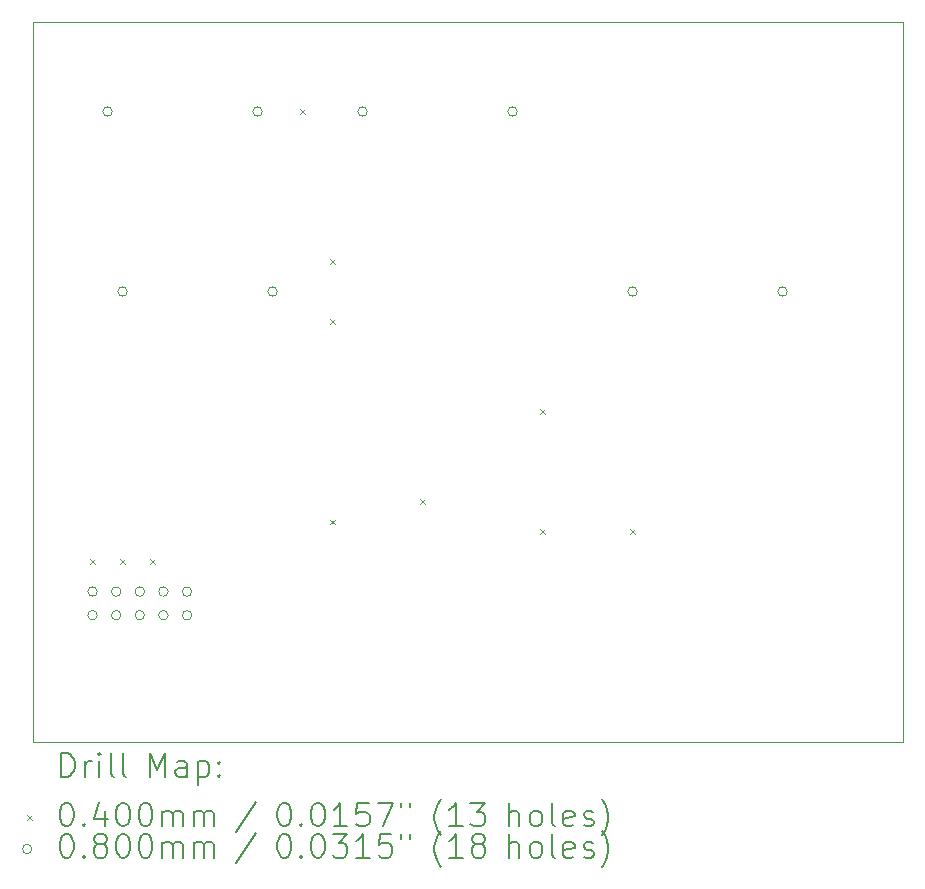
<source format=gbr>
%TF.GenerationSoftware,KiCad,Pcbnew,(7.0.0)*%
%TF.CreationDate,2023-03-24T11:34:05+01:00*%
%TF.ProjectId,PCH-1000JIG,5043482d-3130-4303-904a-49472e6b6963,rev?*%
%TF.SameCoordinates,Original*%
%TF.FileFunction,Drillmap*%
%TF.FilePolarity,Positive*%
%FSLAX45Y45*%
G04 Gerber Fmt 4.5, Leading zero omitted, Abs format (unit mm)*
G04 Created by KiCad (PCBNEW (7.0.0)) date 2023-03-24 11:34:05*
%MOMM*%
%LPD*%
G01*
G04 APERTURE LIST*
%ADD10C,0.100000*%
%ADD11C,0.200000*%
%ADD12C,0.040000*%
%ADD13C,0.080000*%
G04 APERTURE END LIST*
D10*
X2032000Y-1352000D02*
X9398000Y-1352000D01*
X9398000Y-1352000D02*
X9398000Y-7448000D01*
X9398000Y-7448000D02*
X2032000Y-7448000D01*
X2032000Y-7448000D02*
X2032000Y-1352000D01*
D11*
D12*
X2520000Y-5904000D02*
X2560000Y-5944000D01*
X2560000Y-5904000D02*
X2520000Y-5944000D01*
X2774000Y-5904000D02*
X2814000Y-5944000D01*
X2814000Y-5904000D02*
X2774000Y-5944000D01*
X3028000Y-5904000D02*
X3068000Y-5944000D01*
X3068000Y-5904000D02*
X3028000Y-5944000D01*
X4298000Y-2094000D02*
X4338000Y-2134000D01*
X4338000Y-2094000D02*
X4298000Y-2134000D01*
X4552000Y-3364000D02*
X4592000Y-3404000D01*
X4592000Y-3364000D02*
X4552000Y-3404000D01*
X4552000Y-3364000D02*
X4592000Y-3404000D01*
X4592000Y-3364000D02*
X4552000Y-3404000D01*
X4552000Y-3872000D02*
X4592000Y-3912000D01*
X4592000Y-3872000D02*
X4552000Y-3912000D01*
X4552000Y-3872000D02*
X4592000Y-3912000D01*
X4592000Y-3872000D02*
X4552000Y-3912000D01*
X4552000Y-5568000D02*
X4592000Y-5608000D01*
X4592000Y-5568000D02*
X4552000Y-5608000D01*
X5314000Y-5396000D02*
X5354000Y-5436000D01*
X5354000Y-5396000D02*
X5314000Y-5436000D01*
X6330000Y-4634000D02*
X6370000Y-4674000D01*
X6370000Y-4634000D02*
X6330000Y-4674000D01*
X6330000Y-5650000D02*
X6370000Y-5690000D01*
X6370000Y-5650000D02*
X6330000Y-5690000D01*
X7092000Y-5650000D02*
X7132000Y-5690000D01*
X7132000Y-5650000D02*
X7092000Y-5690000D01*
D13*
X2580000Y-6178000D02*
G75*
G03*
X2580000Y-6178000I-40000J0D01*
G01*
X2580000Y-6378000D02*
G75*
G03*
X2580000Y-6378000I-40000J0D01*
G01*
X2707000Y-2114000D02*
G75*
G03*
X2707000Y-2114000I-40000J0D01*
G01*
X2780000Y-6178000D02*
G75*
G03*
X2780000Y-6178000I-40000J0D01*
G01*
X2780000Y-6378000D02*
G75*
G03*
X2780000Y-6378000I-40000J0D01*
G01*
X2834000Y-3638000D02*
G75*
G03*
X2834000Y-3638000I-40000J0D01*
G01*
X2980000Y-6178000D02*
G75*
G03*
X2980000Y-6178000I-40000J0D01*
G01*
X2980000Y-6378000D02*
G75*
G03*
X2980000Y-6378000I-40000J0D01*
G01*
X3180000Y-6178000D02*
G75*
G03*
X3180000Y-6178000I-40000J0D01*
G01*
X3180000Y-6378000D02*
G75*
G03*
X3180000Y-6378000I-40000J0D01*
G01*
X3380000Y-6178000D02*
G75*
G03*
X3380000Y-6178000I-40000J0D01*
G01*
X3380000Y-6378000D02*
G75*
G03*
X3380000Y-6378000I-40000J0D01*
G01*
X3977000Y-2114000D02*
G75*
G03*
X3977000Y-2114000I-40000J0D01*
G01*
X4104000Y-3638000D02*
G75*
G03*
X4104000Y-3638000I-40000J0D01*
G01*
X4866000Y-2114000D02*
G75*
G03*
X4866000Y-2114000I-40000J0D01*
G01*
X6136000Y-2114000D02*
G75*
G03*
X6136000Y-2114000I-40000J0D01*
G01*
X7152000Y-3638000D02*
G75*
G03*
X7152000Y-3638000I-40000J0D01*
G01*
X8422000Y-3638000D02*
G75*
G03*
X8422000Y-3638000I-40000J0D01*
G01*
D11*
X2274619Y-7746476D02*
X2274619Y-7546476D01*
X2274619Y-7546476D02*
X2322238Y-7546476D01*
X2322238Y-7546476D02*
X2350810Y-7556000D01*
X2350810Y-7556000D02*
X2369857Y-7575048D01*
X2369857Y-7575048D02*
X2379381Y-7594095D01*
X2379381Y-7594095D02*
X2388905Y-7632190D01*
X2388905Y-7632190D02*
X2388905Y-7660762D01*
X2388905Y-7660762D02*
X2379381Y-7698857D01*
X2379381Y-7698857D02*
X2369857Y-7717905D01*
X2369857Y-7717905D02*
X2350810Y-7736952D01*
X2350810Y-7736952D02*
X2322238Y-7746476D01*
X2322238Y-7746476D02*
X2274619Y-7746476D01*
X2474619Y-7746476D02*
X2474619Y-7613143D01*
X2474619Y-7651238D02*
X2484143Y-7632190D01*
X2484143Y-7632190D02*
X2493667Y-7622667D01*
X2493667Y-7622667D02*
X2512714Y-7613143D01*
X2512714Y-7613143D02*
X2531762Y-7613143D01*
X2598429Y-7746476D02*
X2598429Y-7613143D01*
X2598429Y-7546476D02*
X2588905Y-7556000D01*
X2588905Y-7556000D02*
X2598429Y-7565524D01*
X2598429Y-7565524D02*
X2607952Y-7556000D01*
X2607952Y-7556000D02*
X2598429Y-7546476D01*
X2598429Y-7546476D02*
X2598429Y-7565524D01*
X2722238Y-7746476D02*
X2703190Y-7736952D01*
X2703190Y-7736952D02*
X2693667Y-7717905D01*
X2693667Y-7717905D02*
X2693667Y-7546476D01*
X2827000Y-7746476D02*
X2807952Y-7736952D01*
X2807952Y-7736952D02*
X2798428Y-7717905D01*
X2798428Y-7717905D02*
X2798428Y-7546476D01*
X3023190Y-7746476D02*
X3023190Y-7546476D01*
X3023190Y-7546476D02*
X3089857Y-7689333D01*
X3089857Y-7689333D02*
X3156524Y-7546476D01*
X3156524Y-7546476D02*
X3156524Y-7746476D01*
X3337476Y-7746476D02*
X3337476Y-7641714D01*
X3337476Y-7641714D02*
X3327952Y-7622667D01*
X3327952Y-7622667D02*
X3308905Y-7613143D01*
X3308905Y-7613143D02*
X3270809Y-7613143D01*
X3270809Y-7613143D02*
X3251762Y-7622667D01*
X3337476Y-7736952D02*
X3318428Y-7746476D01*
X3318428Y-7746476D02*
X3270809Y-7746476D01*
X3270809Y-7746476D02*
X3251762Y-7736952D01*
X3251762Y-7736952D02*
X3242238Y-7717905D01*
X3242238Y-7717905D02*
X3242238Y-7698857D01*
X3242238Y-7698857D02*
X3251762Y-7679809D01*
X3251762Y-7679809D02*
X3270809Y-7670286D01*
X3270809Y-7670286D02*
X3318428Y-7670286D01*
X3318428Y-7670286D02*
X3337476Y-7660762D01*
X3432714Y-7613143D02*
X3432714Y-7813143D01*
X3432714Y-7622667D02*
X3451762Y-7613143D01*
X3451762Y-7613143D02*
X3489857Y-7613143D01*
X3489857Y-7613143D02*
X3508905Y-7622667D01*
X3508905Y-7622667D02*
X3518428Y-7632190D01*
X3518428Y-7632190D02*
X3527952Y-7651238D01*
X3527952Y-7651238D02*
X3527952Y-7708381D01*
X3527952Y-7708381D02*
X3518428Y-7727428D01*
X3518428Y-7727428D02*
X3508905Y-7736952D01*
X3508905Y-7736952D02*
X3489857Y-7746476D01*
X3489857Y-7746476D02*
X3451762Y-7746476D01*
X3451762Y-7746476D02*
X3432714Y-7736952D01*
X3613667Y-7727428D02*
X3623190Y-7736952D01*
X3623190Y-7736952D02*
X3613667Y-7746476D01*
X3613667Y-7746476D02*
X3604143Y-7736952D01*
X3604143Y-7736952D02*
X3613667Y-7727428D01*
X3613667Y-7727428D02*
X3613667Y-7746476D01*
X3613667Y-7622667D02*
X3623190Y-7632190D01*
X3623190Y-7632190D02*
X3613667Y-7641714D01*
X3613667Y-7641714D02*
X3604143Y-7632190D01*
X3604143Y-7632190D02*
X3613667Y-7622667D01*
X3613667Y-7622667D02*
X3613667Y-7641714D01*
D12*
X1987000Y-8073000D02*
X2027000Y-8113000D01*
X2027000Y-8073000D02*
X1987000Y-8113000D01*
D11*
X2312714Y-7966476D02*
X2331762Y-7966476D01*
X2331762Y-7966476D02*
X2350810Y-7976000D01*
X2350810Y-7976000D02*
X2360333Y-7985524D01*
X2360333Y-7985524D02*
X2369857Y-8004571D01*
X2369857Y-8004571D02*
X2379381Y-8042667D01*
X2379381Y-8042667D02*
X2379381Y-8090286D01*
X2379381Y-8090286D02*
X2369857Y-8128381D01*
X2369857Y-8128381D02*
X2360333Y-8147428D01*
X2360333Y-8147428D02*
X2350810Y-8156952D01*
X2350810Y-8156952D02*
X2331762Y-8166476D01*
X2331762Y-8166476D02*
X2312714Y-8166476D01*
X2312714Y-8166476D02*
X2293667Y-8156952D01*
X2293667Y-8156952D02*
X2284143Y-8147428D01*
X2284143Y-8147428D02*
X2274619Y-8128381D01*
X2274619Y-8128381D02*
X2265095Y-8090286D01*
X2265095Y-8090286D02*
X2265095Y-8042667D01*
X2265095Y-8042667D02*
X2274619Y-8004571D01*
X2274619Y-8004571D02*
X2284143Y-7985524D01*
X2284143Y-7985524D02*
X2293667Y-7976000D01*
X2293667Y-7976000D02*
X2312714Y-7966476D01*
X2465095Y-8147428D02*
X2474619Y-8156952D01*
X2474619Y-8156952D02*
X2465095Y-8166476D01*
X2465095Y-8166476D02*
X2455571Y-8156952D01*
X2455571Y-8156952D02*
X2465095Y-8147428D01*
X2465095Y-8147428D02*
X2465095Y-8166476D01*
X2646048Y-8033143D02*
X2646048Y-8166476D01*
X2598429Y-7956952D02*
X2550810Y-8099809D01*
X2550810Y-8099809D02*
X2674619Y-8099809D01*
X2788905Y-7966476D02*
X2807952Y-7966476D01*
X2807952Y-7966476D02*
X2827000Y-7976000D01*
X2827000Y-7976000D02*
X2836524Y-7985524D01*
X2836524Y-7985524D02*
X2846048Y-8004571D01*
X2846048Y-8004571D02*
X2855571Y-8042667D01*
X2855571Y-8042667D02*
X2855571Y-8090286D01*
X2855571Y-8090286D02*
X2846048Y-8128381D01*
X2846048Y-8128381D02*
X2836524Y-8147428D01*
X2836524Y-8147428D02*
X2827000Y-8156952D01*
X2827000Y-8156952D02*
X2807952Y-8166476D01*
X2807952Y-8166476D02*
X2788905Y-8166476D01*
X2788905Y-8166476D02*
X2769857Y-8156952D01*
X2769857Y-8156952D02*
X2760333Y-8147428D01*
X2760333Y-8147428D02*
X2750810Y-8128381D01*
X2750810Y-8128381D02*
X2741286Y-8090286D01*
X2741286Y-8090286D02*
X2741286Y-8042667D01*
X2741286Y-8042667D02*
X2750810Y-8004571D01*
X2750810Y-8004571D02*
X2760333Y-7985524D01*
X2760333Y-7985524D02*
X2769857Y-7976000D01*
X2769857Y-7976000D02*
X2788905Y-7966476D01*
X2979381Y-7966476D02*
X2998429Y-7966476D01*
X2998429Y-7966476D02*
X3017476Y-7976000D01*
X3017476Y-7976000D02*
X3027000Y-7985524D01*
X3027000Y-7985524D02*
X3036524Y-8004571D01*
X3036524Y-8004571D02*
X3046048Y-8042667D01*
X3046048Y-8042667D02*
X3046048Y-8090286D01*
X3046048Y-8090286D02*
X3036524Y-8128381D01*
X3036524Y-8128381D02*
X3027000Y-8147428D01*
X3027000Y-8147428D02*
X3017476Y-8156952D01*
X3017476Y-8156952D02*
X2998429Y-8166476D01*
X2998429Y-8166476D02*
X2979381Y-8166476D01*
X2979381Y-8166476D02*
X2960333Y-8156952D01*
X2960333Y-8156952D02*
X2950809Y-8147428D01*
X2950809Y-8147428D02*
X2941286Y-8128381D01*
X2941286Y-8128381D02*
X2931762Y-8090286D01*
X2931762Y-8090286D02*
X2931762Y-8042667D01*
X2931762Y-8042667D02*
X2941286Y-8004571D01*
X2941286Y-8004571D02*
X2950809Y-7985524D01*
X2950809Y-7985524D02*
X2960333Y-7976000D01*
X2960333Y-7976000D02*
X2979381Y-7966476D01*
X3131762Y-8166476D02*
X3131762Y-8033143D01*
X3131762Y-8052190D02*
X3141286Y-8042667D01*
X3141286Y-8042667D02*
X3160333Y-8033143D01*
X3160333Y-8033143D02*
X3188905Y-8033143D01*
X3188905Y-8033143D02*
X3207952Y-8042667D01*
X3207952Y-8042667D02*
X3217476Y-8061714D01*
X3217476Y-8061714D02*
X3217476Y-8166476D01*
X3217476Y-8061714D02*
X3227000Y-8042667D01*
X3227000Y-8042667D02*
X3246048Y-8033143D01*
X3246048Y-8033143D02*
X3274619Y-8033143D01*
X3274619Y-8033143D02*
X3293667Y-8042667D01*
X3293667Y-8042667D02*
X3303190Y-8061714D01*
X3303190Y-8061714D02*
X3303190Y-8166476D01*
X3398429Y-8166476D02*
X3398429Y-8033143D01*
X3398429Y-8052190D02*
X3407952Y-8042667D01*
X3407952Y-8042667D02*
X3427000Y-8033143D01*
X3427000Y-8033143D02*
X3455571Y-8033143D01*
X3455571Y-8033143D02*
X3474619Y-8042667D01*
X3474619Y-8042667D02*
X3484143Y-8061714D01*
X3484143Y-8061714D02*
X3484143Y-8166476D01*
X3484143Y-8061714D02*
X3493667Y-8042667D01*
X3493667Y-8042667D02*
X3512714Y-8033143D01*
X3512714Y-8033143D02*
X3541286Y-8033143D01*
X3541286Y-8033143D02*
X3560333Y-8042667D01*
X3560333Y-8042667D02*
X3569857Y-8061714D01*
X3569857Y-8061714D02*
X3569857Y-8166476D01*
X3927952Y-7956952D02*
X3756524Y-8214095D01*
X4152714Y-7966476D02*
X4171762Y-7966476D01*
X4171762Y-7966476D02*
X4190810Y-7976000D01*
X4190810Y-7976000D02*
X4200333Y-7985524D01*
X4200333Y-7985524D02*
X4209857Y-8004571D01*
X4209857Y-8004571D02*
X4219381Y-8042667D01*
X4219381Y-8042667D02*
X4219381Y-8090286D01*
X4219381Y-8090286D02*
X4209857Y-8128381D01*
X4209857Y-8128381D02*
X4200333Y-8147428D01*
X4200333Y-8147428D02*
X4190810Y-8156952D01*
X4190810Y-8156952D02*
X4171762Y-8166476D01*
X4171762Y-8166476D02*
X4152714Y-8166476D01*
X4152714Y-8166476D02*
X4133667Y-8156952D01*
X4133667Y-8156952D02*
X4124143Y-8147428D01*
X4124143Y-8147428D02*
X4114619Y-8128381D01*
X4114619Y-8128381D02*
X4105095Y-8090286D01*
X4105095Y-8090286D02*
X4105095Y-8042667D01*
X4105095Y-8042667D02*
X4114619Y-8004571D01*
X4114619Y-8004571D02*
X4124143Y-7985524D01*
X4124143Y-7985524D02*
X4133667Y-7976000D01*
X4133667Y-7976000D02*
X4152714Y-7966476D01*
X4305095Y-8147428D02*
X4314619Y-8156952D01*
X4314619Y-8156952D02*
X4305095Y-8166476D01*
X4305095Y-8166476D02*
X4295572Y-8156952D01*
X4295572Y-8156952D02*
X4305095Y-8147428D01*
X4305095Y-8147428D02*
X4305095Y-8166476D01*
X4438429Y-7966476D02*
X4457476Y-7966476D01*
X4457476Y-7966476D02*
X4476524Y-7976000D01*
X4476524Y-7976000D02*
X4486048Y-7985524D01*
X4486048Y-7985524D02*
X4495572Y-8004571D01*
X4495572Y-8004571D02*
X4505095Y-8042667D01*
X4505095Y-8042667D02*
X4505095Y-8090286D01*
X4505095Y-8090286D02*
X4495572Y-8128381D01*
X4495572Y-8128381D02*
X4486048Y-8147428D01*
X4486048Y-8147428D02*
X4476524Y-8156952D01*
X4476524Y-8156952D02*
X4457476Y-8166476D01*
X4457476Y-8166476D02*
X4438429Y-8166476D01*
X4438429Y-8166476D02*
X4419381Y-8156952D01*
X4419381Y-8156952D02*
X4409857Y-8147428D01*
X4409857Y-8147428D02*
X4400333Y-8128381D01*
X4400333Y-8128381D02*
X4390810Y-8090286D01*
X4390810Y-8090286D02*
X4390810Y-8042667D01*
X4390810Y-8042667D02*
X4400333Y-8004571D01*
X4400333Y-8004571D02*
X4409857Y-7985524D01*
X4409857Y-7985524D02*
X4419381Y-7976000D01*
X4419381Y-7976000D02*
X4438429Y-7966476D01*
X4695572Y-8166476D02*
X4581286Y-8166476D01*
X4638429Y-8166476D02*
X4638429Y-7966476D01*
X4638429Y-7966476D02*
X4619381Y-7995048D01*
X4619381Y-7995048D02*
X4600333Y-8014095D01*
X4600333Y-8014095D02*
X4581286Y-8023619D01*
X4876524Y-7966476D02*
X4781286Y-7966476D01*
X4781286Y-7966476D02*
X4771762Y-8061714D01*
X4771762Y-8061714D02*
X4781286Y-8052190D01*
X4781286Y-8052190D02*
X4800333Y-8042667D01*
X4800333Y-8042667D02*
X4847953Y-8042667D01*
X4847953Y-8042667D02*
X4867000Y-8052190D01*
X4867000Y-8052190D02*
X4876524Y-8061714D01*
X4876524Y-8061714D02*
X4886048Y-8080762D01*
X4886048Y-8080762D02*
X4886048Y-8128381D01*
X4886048Y-8128381D02*
X4876524Y-8147428D01*
X4876524Y-8147428D02*
X4867000Y-8156952D01*
X4867000Y-8156952D02*
X4847953Y-8166476D01*
X4847953Y-8166476D02*
X4800333Y-8166476D01*
X4800333Y-8166476D02*
X4781286Y-8156952D01*
X4781286Y-8156952D02*
X4771762Y-8147428D01*
X4952714Y-7966476D02*
X5086048Y-7966476D01*
X5086048Y-7966476D02*
X5000333Y-8166476D01*
X5152714Y-7966476D02*
X5152714Y-8004571D01*
X5228905Y-7966476D02*
X5228905Y-8004571D01*
X5491762Y-8242667D02*
X5482238Y-8233143D01*
X5482238Y-8233143D02*
X5463191Y-8204571D01*
X5463191Y-8204571D02*
X5453667Y-8185524D01*
X5453667Y-8185524D02*
X5444143Y-8156952D01*
X5444143Y-8156952D02*
X5434619Y-8109333D01*
X5434619Y-8109333D02*
X5434619Y-8071238D01*
X5434619Y-8071238D02*
X5444143Y-8023619D01*
X5444143Y-8023619D02*
X5453667Y-7995048D01*
X5453667Y-7995048D02*
X5463191Y-7976000D01*
X5463191Y-7976000D02*
X5482238Y-7947428D01*
X5482238Y-7947428D02*
X5491762Y-7937905D01*
X5672714Y-8166476D02*
X5558429Y-8166476D01*
X5615571Y-8166476D02*
X5615571Y-7966476D01*
X5615571Y-7966476D02*
X5596524Y-7995048D01*
X5596524Y-7995048D02*
X5577476Y-8014095D01*
X5577476Y-8014095D02*
X5558429Y-8023619D01*
X5739381Y-7966476D02*
X5863191Y-7966476D01*
X5863191Y-7966476D02*
X5796524Y-8042667D01*
X5796524Y-8042667D02*
X5825095Y-8042667D01*
X5825095Y-8042667D02*
X5844143Y-8052190D01*
X5844143Y-8052190D02*
X5853667Y-8061714D01*
X5853667Y-8061714D02*
X5863191Y-8080762D01*
X5863191Y-8080762D02*
X5863191Y-8128381D01*
X5863191Y-8128381D02*
X5853667Y-8147428D01*
X5853667Y-8147428D02*
X5844143Y-8156952D01*
X5844143Y-8156952D02*
X5825095Y-8166476D01*
X5825095Y-8166476D02*
X5767952Y-8166476D01*
X5767952Y-8166476D02*
X5748905Y-8156952D01*
X5748905Y-8156952D02*
X5739381Y-8147428D01*
X6068905Y-8166476D02*
X6068905Y-7966476D01*
X6154619Y-8166476D02*
X6154619Y-8061714D01*
X6154619Y-8061714D02*
X6145095Y-8042667D01*
X6145095Y-8042667D02*
X6126048Y-8033143D01*
X6126048Y-8033143D02*
X6097476Y-8033143D01*
X6097476Y-8033143D02*
X6078429Y-8042667D01*
X6078429Y-8042667D02*
X6068905Y-8052190D01*
X6278429Y-8166476D02*
X6259381Y-8156952D01*
X6259381Y-8156952D02*
X6249857Y-8147428D01*
X6249857Y-8147428D02*
X6240333Y-8128381D01*
X6240333Y-8128381D02*
X6240333Y-8071238D01*
X6240333Y-8071238D02*
X6249857Y-8052190D01*
X6249857Y-8052190D02*
X6259381Y-8042667D01*
X6259381Y-8042667D02*
X6278429Y-8033143D01*
X6278429Y-8033143D02*
X6307000Y-8033143D01*
X6307000Y-8033143D02*
X6326048Y-8042667D01*
X6326048Y-8042667D02*
X6335572Y-8052190D01*
X6335572Y-8052190D02*
X6345095Y-8071238D01*
X6345095Y-8071238D02*
X6345095Y-8128381D01*
X6345095Y-8128381D02*
X6335572Y-8147428D01*
X6335572Y-8147428D02*
X6326048Y-8156952D01*
X6326048Y-8156952D02*
X6307000Y-8166476D01*
X6307000Y-8166476D02*
X6278429Y-8166476D01*
X6459381Y-8166476D02*
X6440333Y-8156952D01*
X6440333Y-8156952D02*
X6430810Y-8137905D01*
X6430810Y-8137905D02*
X6430810Y-7966476D01*
X6611762Y-8156952D02*
X6592714Y-8166476D01*
X6592714Y-8166476D02*
X6554619Y-8166476D01*
X6554619Y-8166476D02*
X6535572Y-8156952D01*
X6535572Y-8156952D02*
X6526048Y-8137905D01*
X6526048Y-8137905D02*
X6526048Y-8061714D01*
X6526048Y-8061714D02*
X6535572Y-8042667D01*
X6535572Y-8042667D02*
X6554619Y-8033143D01*
X6554619Y-8033143D02*
X6592714Y-8033143D01*
X6592714Y-8033143D02*
X6611762Y-8042667D01*
X6611762Y-8042667D02*
X6621286Y-8061714D01*
X6621286Y-8061714D02*
X6621286Y-8080762D01*
X6621286Y-8080762D02*
X6526048Y-8099809D01*
X6697476Y-8156952D02*
X6716524Y-8166476D01*
X6716524Y-8166476D02*
X6754619Y-8166476D01*
X6754619Y-8166476D02*
X6773667Y-8156952D01*
X6773667Y-8156952D02*
X6783191Y-8137905D01*
X6783191Y-8137905D02*
X6783191Y-8128381D01*
X6783191Y-8128381D02*
X6773667Y-8109333D01*
X6773667Y-8109333D02*
X6754619Y-8099809D01*
X6754619Y-8099809D02*
X6726048Y-8099809D01*
X6726048Y-8099809D02*
X6707000Y-8090286D01*
X6707000Y-8090286D02*
X6697476Y-8071238D01*
X6697476Y-8071238D02*
X6697476Y-8061714D01*
X6697476Y-8061714D02*
X6707000Y-8042667D01*
X6707000Y-8042667D02*
X6726048Y-8033143D01*
X6726048Y-8033143D02*
X6754619Y-8033143D01*
X6754619Y-8033143D02*
X6773667Y-8042667D01*
X6849857Y-8242667D02*
X6859381Y-8233143D01*
X6859381Y-8233143D02*
X6878429Y-8204571D01*
X6878429Y-8204571D02*
X6887953Y-8185524D01*
X6887953Y-8185524D02*
X6897476Y-8156952D01*
X6897476Y-8156952D02*
X6907000Y-8109333D01*
X6907000Y-8109333D02*
X6907000Y-8071238D01*
X6907000Y-8071238D02*
X6897476Y-8023619D01*
X6897476Y-8023619D02*
X6887953Y-7995048D01*
X6887953Y-7995048D02*
X6878429Y-7976000D01*
X6878429Y-7976000D02*
X6859381Y-7947428D01*
X6859381Y-7947428D02*
X6849857Y-7937905D01*
D13*
X2027000Y-8357000D02*
G75*
G03*
X2027000Y-8357000I-40000J0D01*
G01*
D11*
X2312714Y-8230476D02*
X2331762Y-8230476D01*
X2331762Y-8230476D02*
X2350810Y-8240000D01*
X2350810Y-8240000D02*
X2360333Y-8249524D01*
X2360333Y-8249524D02*
X2369857Y-8268571D01*
X2369857Y-8268571D02*
X2379381Y-8306667D01*
X2379381Y-8306667D02*
X2379381Y-8354286D01*
X2379381Y-8354286D02*
X2369857Y-8392381D01*
X2369857Y-8392381D02*
X2360333Y-8411429D01*
X2360333Y-8411429D02*
X2350810Y-8420952D01*
X2350810Y-8420952D02*
X2331762Y-8430476D01*
X2331762Y-8430476D02*
X2312714Y-8430476D01*
X2312714Y-8430476D02*
X2293667Y-8420952D01*
X2293667Y-8420952D02*
X2284143Y-8411429D01*
X2284143Y-8411429D02*
X2274619Y-8392381D01*
X2274619Y-8392381D02*
X2265095Y-8354286D01*
X2265095Y-8354286D02*
X2265095Y-8306667D01*
X2265095Y-8306667D02*
X2274619Y-8268571D01*
X2274619Y-8268571D02*
X2284143Y-8249524D01*
X2284143Y-8249524D02*
X2293667Y-8240000D01*
X2293667Y-8240000D02*
X2312714Y-8230476D01*
X2465095Y-8411429D02*
X2474619Y-8420952D01*
X2474619Y-8420952D02*
X2465095Y-8430476D01*
X2465095Y-8430476D02*
X2455571Y-8420952D01*
X2455571Y-8420952D02*
X2465095Y-8411429D01*
X2465095Y-8411429D02*
X2465095Y-8430476D01*
X2588905Y-8316190D02*
X2569857Y-8306667D01*
X2569857Y-8306667D02*
X2560333Y-8297143D01*
X2560333Y-8297143D02*
X2550810Y-8278095D01*
X2550810Y-8278095D02*
X2550810Y-8268571D01*
X2550810Y-8268571D02*
X2560333Y-8249524D01*
X2560333Y-8249524D02*
X2569857Y-8240000D01*
X2569857Y-8240000D02*
X2588905Y-8230476D01*
X2588905Y-8230476D02*
X2627000Y-8230476D01*
X2627000Y-8230476D02*
X2646048Y-8240000D01*
X2646048Y-8240000D02*
X2655571Y-8249524D01*
X2655571Y-8249524D02*
X2665095Y-8268571D01*
X2665095Y-8268571D02*
X2665095Y-8278095D01*
X2665095Y-8278095D02*
X2655571Y-8297143D01*
X2655571Y-8297143D02*
X2646048Y-8306667D01*
X2646048Y-8306667D02*
X2627000Y-8316190D01*
X2627000Y-8316190D02*
X2588905Y-8316190D01*
X2588905Y-8316190D02*
X2569857Y-8325714D01*
X2569857Y-8325714D02*
X2560333Y-8335238D01*
X2560333Y-8335238D02*
X2550810Y-8354286D01*
X2550810Y-8354286D02*
X2550810Y-8392381D01*
X2550810Y-8392381D02*
X2560333Y-8411429D01*
X2560333Y-8411429D02*
X2569857Y-8420952D01*
X2569857Y-8420952D02*
X2588905Y-8430476D01*
X2588905Y-8430476D02*
X2627000Y-8430476D01*
X2627000Y-8430476D02*
X2646048Y-8420952D01*
X2646048Y-8420952D02*
X2655571Y-8411429D01*
X2655571Y-8411429D02*
X2665095Y-8392381D01*
X2665095Y-8392381D02*
X2665095Y-8354286D01*
X2665095Y-8354286D02*
X2655571Y-8335238D01*
X2655571Y-8335238D02*
X2646048Y-8325714D01*
X2646048Y-8325714D02*
X2627000Y-8316190D01*
X2788905Y-8230476D02*
X2807952Y-8230476D01*
X2807952Y-8230476D02*
X2827000Y-8240000D01*
X2827000Y-8240000D02*
X2836524Y-8249524D01*
X2836524Y-8249524D02*
X2846048Y-8268571D01*
X2846048Y-8268571D02*
X2855571Y-8306667D01*
X2855571Y-8306667D02*
X2855571Y-8354286D01*
X2855571Y-8354286D02*
X2846048Y-8392381D01*
X2846048Y-8392381D02*
X2836524Y-8411429D01*
X2836524Y-8411429D02*
X2827000Y-8420952D01*
X2827000Y-8420952D02*
X2807952Y-8430476D01*
X2807952Y-8430476D02*
X2788905Y-8430476D01*
X2788905Y-8430476D02*
X2769857Y-8420952D01*
X2769857Y-8420952D02*
X2760333Y-8411429D01*
X2760333Y-8411429D02*
X2750810Y-8392381D01*
X2750810Y-8392381D02*
X2741286Y-8354286D01*
X2741286Y-8354286D02*
X2741286Y-8306667D01*
X2741286Y-8306667D02*
X2750810Y-8268571D01*
X2750810Y-8268571D02*
X2760333Y-8249524D01*
X2760333Y-8249524D02*
X2769857Y-8240000D01*
X2769857Y-8240000D02*
X2788905Y-8230476D01*
X2979381Y-8230476D02*
X2998429Y-8230476D01*
X2998429Y-8230476D02*
X3017476Y-8240000D01*
X3017476Y-8240000D02*
X3027000Y-8249524D01*
X3027000Y-8249524D02*
X3036524Y-8268571D01*
X3036524Y-8268571D02*
X3046048Y-8306667D01*
X3046048Y-8306667D02*
X3046048Y-8354286D01*
X3046048Y-8354286D02*
X3036524Y-8392381D01*
X3036524Y-8392381D02*
X3027000Y-8411429D01*
X3027000Y-8411429D02*
X3017476Y-8420952D01*
X3017476Y-8420952D02*
X2998429Y-8430476D01*
X2998429Y-8430476D02*
X2979381Y-8430476D01*
X2979381Y-8430476D02*
X2960333Y-8420952D01*
X2960333Y-8420952D02*
X2950809Y-8411429D01*
X2950809Y-8411429D02*
X2941286Y-8392381D01*
X2941286Y-8392381D02*
X2931762Y-8354286D01*
X2931762Y-8354286D02*
X2931762Y-8306667D01*
X2931762Y-8306667D02*
X2941286Y-8268571D01*
X2941286Y-8268571D02*
X2950809Y-8249524D01*
X2950809Y-8249524D02*
X2960333Y-8240000D01*
X2960333Y-8240000D02*
X2979381Y-8230476D01*
X3131762Y-8430476D02*
X3131762Y-8297143D01*
X3131762Y-8316190D02*
X3141286Y-8306667D01*
X3141286Y-8306667D02*
X3160333Y-8297143D01*
X3160333Y-8297143D02*
X3188905Y-8297143D01*
X3188905Y-8297143D02*
X3207952Y-8306667D01*
X3207952Y-8306667D02*
X3217476Y-8325714D01*
X3217476Y-8325714D02*
X3217476Y-8430476D01*
X3217476Y-8325714D02*
X3227000Y-8306667D01*
X3227000Y-8306667D02*
X3246048Y-8297143D01*
X3246048Y-8297143D02*
X3274619Y-8297143D01*
X3274619Y-8297143D02*
X3293667Y-8306667D01*
X3293667Y-8306667D02*
X3303190Y-8325714D01*
X3303190Y-8325714D02*
X3303190Y-8430476D01*
X3398429Y-8430476D02*
X3398429Y-8297143D01*
X3398429Y-8316190D02*
X3407952Y-8306667D01*
X3407952Y-8306667D02*
X3427000Y-8297143D01*
X3427000Y-8297143D02*
X3455571Y-8297143D01*
X3455571Y-8297143D02*
X3474619Y-8306667D01*
X3474619Y-8306667D02*
X3484143Y-8325714D01*
X3484143Y-8325714D02*
X3484143Y-8430476D01*
X3484143Y-8325714D02*
X3493667Y-8306667D01*
X3493667Y-8306667D02*
X3512714Y-8297143D01*
X3512714Y-8297143D02*
X3541286Y-8297143D01*
X3541286Y-8297143D02*
X3560333Y-8306667D01*
X3560333Y-8306667D02*
X3569857Y-8325714D01*
X3569857Y-8325714D02*
X3569857Y-8430476D01*
X3927952Y-8220952D02*
X3756524Y-8478095D01*
X4152714Y-8230476D02*
X4171762Y-8230476D01*
X4171762Y-8230476D02*
X4190810Y-8240000D01*
X4190810Y-8240000D02*
X4200333Y-8249524D01*
X4200333Y-8249524D02*
X4209857Y-8268571D01*
X4209857Y-8268571D02*
X4219381Y-8306667D01*
X4219381Y-8306667D02*
X4219381Y-8354286D01*
X4219381Y-8354286D02*
X4209857Y-8392381D01*
X4209857Y-8392381D02*
X4200333Y-8411429D01*
X4200333Y-8411429D02*
X4190810Y-8420952D01*
X4190810Y-8420952D02*
X4171762Y-8430476D01*
X4171762Y-8430476D02*
X4152714Y-8430476D01*
X4152714Y-8430476D02*
X4133667Y-8420952D01*
X4133667Y-8420952D02*
X4124143Y-8411429D01*
X4124143Y-8411429D02*
X4114619Y-8392381D01*
X4114619Y-8392381D02*
X4105095Y-8354286D01*
X4105095Y-8354286D02*
X4105095Y-8306667D01*
X4105095Y-8306667D02*
X4114619Y-8268571D01*
X4114619Y-8268571D02*
X4124143Y-8249524D01*
X4124143Y-8249524D02*
X4133667Y-8240000D01*
X4133667Y-8240000D02*
X4152714Y-8230476D01*
X4305095Y-8411429D02*
X4314619Y-8420952D01*
X4314619Y-8420952D02*
X4305095Y-8430476D01*
X4305095Y-8430476D02*
X4295572Y-8420952D01*
X4295572Y-8420952D02*
X4305095Y-8411429D01*
X4305095Y-8411429D02*
X4305095Y-8430476D01*
X4438429Y-8230476D02*
X4457476Y-8230476D01*
X4457476Y-8230476D02*
X4476524Y-8240000D01*
X4476524Y-8240000D02*
X4486048Y-8249524D01*
X4486048Y-8249524D02*
X4495572Y-8268571D01*
X4495572Y-8268571D02*
X4505095Y-8306667D01*
X4505095Y-8306667D02*
X4505095Y-8354286D01*
X4505095Y-8354286D02*
X4495572Y-8392381D01*
X4495572Y-8392381D02*
X4486048Y-8411429D01*
X4486048Y-8411429D02*
X4476524Y-8420952D01*
X4476524Y-8420952D02*
X4457476Y-8430476D01*
X4457476Y-8430476D02*
X4438429Y-8430476D01*
X4438429Y-8430476D02*
X4419381Y-8420952D01*
X4419381Y-8420952D02*
X4409857Y-8411429D01*
X4409857Y-8411429D02*
X4400333Y-8392381D01*
X4400333Y-8392381D02*
X4390810Y-8354286D01*
X4390810Y-8354286D02*
X4390810Y-8306667D01*
X4390810Y-8306667D02*
X4400333Y-8268571D01*
X4400333Y-8268571D02*
X4409857Y-8249524D01*
X4409857Y-8249524D02*
X4419381Y-8240000D01*
X4419381Y-8240000D02*
X4438429Y-8230476D01*
X4571762Y-8230476D02*
X4695572Y-8230476D01*
X4695572Y-8230476D02*
X4628905Y-8306667D01*
X4628905Y-8306667D02*
X4657476Y-8306667D01*
X4657476Y-8306667D02*
X4676524Y-8316190D01*
X4676524Y-8316190D02*
X4686048Y-8325714D01*
X4686048Y-8325714D02*
X4695572Y-8344762D01*
X4695572Y-8344762D02*
X4695572Y-8392381D01*
X4695572Y-8392381D02*
X4686048Y-8411429D01*
X4686048Y-8411429D02*
X4676524Y-8420952D01*
X4676524Y-8420952D02*
X4657476Y-8430476D01*
X4657476Y-8430476D02*
X4600333Y-8430476D01*
X4600333Y-8430476D02*
X4581286Y-8420952D01*
X4581286Y-8420952D02*
X4571762Y-8411429D01*
X4886048Y-8430476D02*
X4771762Y-8430476D01*
X4828905Y-8430476D02*
X4828905Y-8230476D01*
X4828905Y-8230476D02*
X4809857Y-8259048D01*
X4809857Y-8259048D02*
X4790810Y-8278095D01*
X4790810Y-8278095D02*
X4771762Y-8287619D01*
X5067000Y-8230476D02*
X4971762Y-8230476D01*
X4971762Y-8230476D02*
X4962238Y-8325714D01*
X4962238Y-8325714D02*
X4971762Y-8316190D01*
X4971762Y-8316190D02*
X4990810Y-8306667D01*
X4990810Y-8306667D02*
X5038429Y-8306667D01*
X5038429Y-8306667D02*
X5057476Y-8316190D01*
X5057476Y-8316190D02*
X5067000Y-8325714D01*
X5067000Y-8325714D02*
X5076524Y-8344762D01*
X5076524Y-8344762D02*
X5076524Y-8392381D01*
X5076524Y-8392381D02*
X5067000Y-8411429D01*
X5067000Y-8411429D02*
X5057476Y-8420952D01*
X5057476Y-8420952D02*
X5038429Y-8430476D01*
X5038429Y-8430476D02*
X4990810Y-8430476D01*
X4990810Y-8430476D02*
X4971762Y-8420952D01*
X4971762Y-8420952D02*
X4962238Y-8411429D01*
X5152714Y-8230476D02*
X5152714Y-8268571D01*
X5228905Y-8230476D02*
X5228905Y-8268571D01*
X5491762Y-8506667D02*
X5482238Y-8497143D01*
X5482238Y-8497143D02*
X5463191Y-8468571D01*
X5463191Y-8468571D02*
X5453667Y-8449524D01*
X5453667Y-8449524D02*
X5444143Y-8420952D01*
X5444143Y-8420952D02*
X5434619Y-8373333D01*
X5434619Y-8373333D02*
X5434619Y-8335238D01*
X5434619Y-8335238D02*
X5444143Y-8287619D01*
X5444143Y-8287619D02*
X5453667Y-8259048D01*
X5453667Y-8259048D02*
X5463191Y-8240000D01*
X5463191Y-8240000D02*
X5482238Y-8211428D01*
X5482238Y-8211428D02*
X5491762Y-8201905D01*
X5672714Y-8430476D02*
X5558429Y-8430476D01*
X5615571Y-8430476D02*
X5615571Y-8230476D01*
X5615571Y-8230476D02*
X5596524Y-8259048D01*
X5596524Y-8259048D02*
X5577476Y-8278095D01*
X5577476Y-8278095D02*
X5558429Y-8287619D01*
X5787000Y-8316190D02*
X5767952Y-8306667D01*
X5767952Y-8306667D02*
X5758429Y-8297143D01*
X5758429Y-8297143D02*
X5748905Y-8278095D01*
X5748905Y-8278095D02*
X5748905Y-8268571D01*
X5748905Y-8268571D02*
X5758429Y-8249524D01*
X5758429Y-8249524D02*
X5767952Y-8240000D01*
X5767952Y-8240000D02*
X5787000Y-8230476D01*
X5787000Y-8230476D02*
X5825095Y-8230476D01*
X5825095Y-8230476D02*
X5844143Y-8240000D01*
X5844143Y-8240000D02*
X5853667Y-8249524D01*
X5853667Y-8249524D02*
X5863191Y-8268571D01*
X5863191Y-8268571D02*
X5863191Y-8278095D01*
X5863191Y-8278095D02*
X5853667Y-8297143D01*
X5853667Y-8297143D02*
X5844143Y-8306667D01*
X5844143Y-8306667D02*
X5825095Y-8316190D01*
X5825095Y-8316190D02*
X5787000Y-8316190D01*
X5787000Y-8316190D02*
X5767952Y-8325714D01*
X5767952Y-8325714D02*
X5758429Y-8335238D01*
X5758429Y-8335238D02*
X5748905Y-8354286D01*
X5748905Y-8354286D02*
X5748905Y-8392381D01*
X5748905Y-8392381D02*
X5758429Y-8411429D01*
X5758429Y-8411429D02*
X5767952Y-8420952D01*
X5767952Y-8420952D02*
X5787000Y-8430476D01*
X5787000Y-8430476D02*
X5825095Y-8430476D01*
X5825095Y-8430476D02*
X5844143Y-8420952D01*
X5844143Y-8420952D02*
X5853667Y-8411429D01*
X5853667Y-8411429D02*
X5863191Y-8392381D01*
X5863191Y-8392381D02*
X5863191Y-8354286D01*
X5863191Y-8354286D02*
X5853667Y-8335238D01*
X5853667Y-8335238D02*
X5844143Y-8325714D01*
X5844143Y-8325714D02*
X5825095Y-8316190D01*
X6068905Y-8430476D02*
X6068905Y-8230476D01*
X6154619Y-8430476D02*
X6154619Y-8325714D01*
X6154619Y-8325714D02*
X6145095Y-8306667D01*
X6145095Y-8306667D02*
X6126048Y-8297143D01*
X6126048Y-8297143D02*
X6097476Y-8297143D01*
X6097476Y-8297143D02*
X6078429Y-8306667D01*
X6078429Y-8306667D02*
X6068905Y-8316190D01*
X6278429Y-8430476D02*
X6259381Y-8420952D01*
X6259381Y-8420952D02*
X6249857Y-8411429D01*
X6249857Y-8411429D02*
X6240333Y-8392381D01*
X6240333Y-8392381D02*
X6240333Y-8335238D01*
X6240333Y-8335238D02*
X6249857Y-8316190D01*
X6249857Y-8316190D02*
X6259381Y-8306667D01*
X6259381Y-8306667D02*
X6278429Y-8297143D01*
X6278429Y-8297143D02*
X6307000Y-8297143D01*
X6307000Y-8297143D02*
X6326048Y-8306667D01*
X6326048Y-8306667D02*
X6335572Y-8316190D01*
X6335572Y-8316190D02*
X6345095Y-8335238D01*
X6345095Y-8335238D02*
X6345095Y-8392381D01*
X6345095Y-8392381D02*
X6335572Y-8411429D01*
X6335572Y-8411429D02*
X6326048Y-8420952D01*
X6326048Y-8420952D02*
X6307000Y-8430476D01*
X6307000Y-8430476D02*
X6278429Y-8430476D01*
X6459381Y-8430476D02*
X6440333Y-8420952D01*
X6440333Y-8420952D02*
X6430810Y-8401905D01*
X6430810Y-8401905D02*
X6430810Y-8230476D01*
X6611762Y-8420952D02*
X6592714Y-8430476D01*
X6592714Y-8430476D02*
X6554619Y-8430476D01*
X6554619Y-8430476D02*
X6535572Y-8420952D01*
X6535572Y-8420952D02*
X6526048Y-8401905D01*
X6526048Y-8401905D02*
X6526048Y-8325714D01*
X6526048Y-8325714D02*
X6535572Y-8306667D01*
X6535572Y-8306667D02*
X6554619Y-8297143D01*
X6554619Y-8297143D02*
X6592714Y-8297143D01*
X6592714Y-8297143D02*
X6611762Y-8306667D01*
X6611762Y-8306667D02*
X6621286Y-8325714D01*
X6621286Y-8325714D02*
X6621286Y-8344762D01*
X6621286Y-8344762D02*
X6526048Y-8363809D01*
X6697476Y-8420952D02*
X6716524Y-8430476D01*
X6716524Y-8430476D02*
X6754619Y-8430476D01*
X6754619Y-8430476D02*
X6773667Y-8420952D01*
X6773667Y-8420952D02*
X6783191Y-8401905D01*
X6783191Y-8401905D02*
X6783191Y-8392381D01*
X6783191Y-8392381D02*
X6773667Y-8373333D01*
X6773667Y-8373333D02*
X6754619Y-8363809D01*
X6754619Y-8363809D02*
X6726048Y-8363809D01*
X6726048Y-8363809D02*
X6707000Y-8354286D01*
X6707000Y-8354286D02*
X6697476Y-8335238D01*
X6697476Y-8335238D02*
X6697476Y-8325714D01*
X6697476Y-8325714D02*
X6707000Y-8306667D01*
X6707000Y-8306667D02*
X6726048Y-8297143D01*
X6726048Y-8297143D02*
X6754619Y-8297143D01*
X6754619Y-8297143D02*
X6773667Y-8306667D01*
X6849857Y-8506667D02*
X6859381Y-8497143D01*
X6859381Y-8497143D02*
X6878429Y-8468571D01*
X6878429Y-8468571D02*
X6887953Y-8449524D01*
X6887953Y-8449524D02*
X6897476Y-8420952D01*
X6897476Y-8420952D02*
X6907000Y-8373333D01*
X6907000Y-8373333D02*
X6907000Y-8335238D01*
X6907000Y-8335238D02*
X6897476Y-8287619D01*
X6897476Y-8287619D02*
X6887953Y-8259048D01*
X6887953Y-8259048D02*
X6878429Y-8240000D01*
X6878429Y-8240000D02*
X6859381Y-8211428D01*
X6859381Y-8211428D02*
X6849857Y-8201905D01*
M02*

</source>
